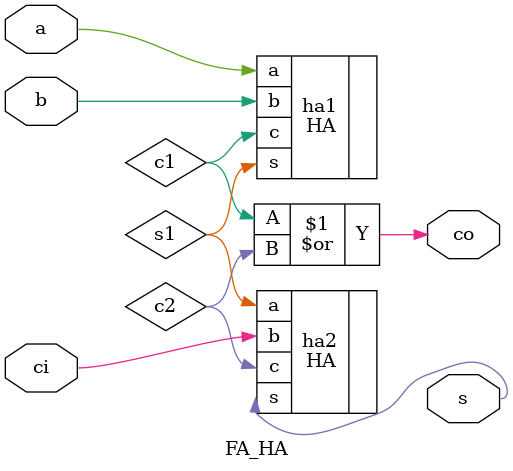
<source format=v>
module FA_HA (
    input a,
    input b,
    input ci,
    output s,
    output co
);
    wire s1, c1, c2;

    HA ha1 (
        .a(a),
        .b(b),
        .s(s1),
        .c(c1)
    );

    HA ha2 (
        .a(s1),
        .b(ci),
        .s(s),
        .c(c2)
    );

    assign co = c1 | c2;
endmodule
</source>
